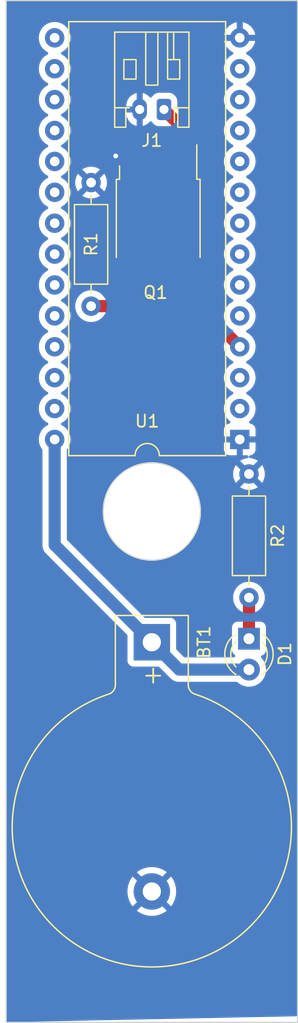
<source format=kicad_pcb>
(kicad_pcb (version 20221018) (generator pcbnew)
  (layers (0 "F.Cu" signal) (31 "B.Cu" signal) (34 "B.Paste" user) (35 "F.Paste" user) (36 "B.SilkS" user "B.Silkscreen") (37 "F.SilkS" user "F.Silkscreen") (38 "B.Mask" user) (39 "F.Mask" user) (44 "Edge.Cuts" user))
  (net 0 "")
  (net 1 "+3V0")
  (net 4 "GND")
  (net 27 "Net-(J1-Pin_1)")
  (net 28 "Net-(Q1-G)")
  (net 29 "Net-(D1-K)")
  (footprint "Resistor_THT:R_Axial_DIN0207_L6.3mm_D2.5mm_P10.16mm_Horizontal" (layer "F.Cu") (at 152 100.92 -90)
    (fp_text reference "R2" (at 5.08 -2.37 90) (layer "F.SilkS"))
    (fp_text value "330")
    (fp_line (start 1.04 0) (end 1.81 0) (stroke (width 0.12)) (layer "F.SilkS"))
    (fp_line (start 1.81 -1.37) (end 1.81 1.37) (stroke (width 0.12)) (layer "F.SilkS"))
    (fp_line (start 1.81 1.37) (end 8.35 1.37) (stroke (width 0.12)) (layer "F.SilkS"))
    (fp_line (start 8.35 -1.37) (end 1.81 -1.37) (stroke (width 0.12)) (layer "F.SilkS"))
    (fp_line (start 8.35 1.37) (end 8.35 -1.37) (stroke (width 0.12)) (layer "F.SilkS"))
    (fp_line (start 9.12 0) (end 8.35 0) (stroke (width 0.12)) (layer "F.SilkS"))
    (pad "1" thru_hole circle (at 0 0 270) (size 1.6 1.6) (drill 0.8) (layers "*.Cu" "*.Mask") (net 4 "GND"))
    (pad "2" thru_hole oval (at 10.16 0 270) (size 1.6 1.6) (drill 0.8) (layers "*.Cu" "*.Mask") (net 29 "Net-(D1-K)"))
  )
  (footprint "LED_THT:LED_D3.0mm" (layer "F.Cu") (at 152 114.46 -90)
    (fp_text reference "D1" (at 1.27 -2.96 90) (layer "F.SilkS"))
    (fp_text value "LED")
    (fp_line (start -0.29 -1.236) (end -0.29 -1.08) (stroke (width 0.12)) (layer "F.SilkS"))
    (fp_line (start -0.29 1.08) (end -0.29 1.236) (stroke (width 0.12)) (layer "F.SilkS"))
    (fp_arc (start -0.29 -1.235516) (mid 1.366487 -1.987659) (end 2.942335 -1.078608) (stroke (width 0.12)) (layer "F.SilkS"))
    (fp_arc (start 0.229039 -1.08) (mid 1.270117 -1.5) (end 2.31113 -1.079837) (stroke (width 0.12)) (layer "F.SilkS"))
    (fp_arc (start 2.31113 1.079837) (mid 1.270117 1.5) (end 0.229039 1.08) (stroke (width 0.12)) (layer "F.SilkS"))
    (fp_arc (start 2.942335 1.078608) (mid 1.366487 1.987659) (end -0.29 1.235516) (stroke (width 0.12)) (layer "F.SilkS"))
    (pad "1" thru_hole rect (at 0 0 270) (size 1.8 1.8) (drill 0.9) (layers "*.Cu" "*.Mask") (net 29 "Net-(D1-K)"))
    (pad "2" thru_hole circle (at 2.54 0 270) (size 1.8 1.8) (drill 0.9) (layers "*.Cu" "*.Mask") (net 1 "+3V0"))
  )
  (footprint "Package_TO_SOT_SMD:TO-252-2" (layer "F.Cu") (at 144.525 80 -90)
    (fp_text reference "Q1" (at 6 0.22) (layer "F.SilkS"))
    (fp_text value "NMOS")
    (fp_line (start -3.31 -3.45) (end -3.31 -3.18) (stroke (width 0.12)) (layer "F.SilkS"))
    (fp_line (start -3.31 -3.18) (end -6.14 -3.18) (stroke (width 0.12)) (layer "F.SilkS"))
    (fp_line (start -3.31 3.18) (end -4.41 3.18) (stroke (width 0.12)) (layer "F.SilkS"))
    (fp_line (start -3.31 3.45) (end -3.31 3.18) (stroke (width 0.12)) (layer "F.SilkS"))
    (fp_line (start 3.11 -3.45) (end -3.31 -3.45) (stroke (width 0.12)) (layer "F.SilkS"))
    (fp_line (start 3.11 3.45) (end -3.31 3.45) (stroke (width 0.12)) (layer "F.SilkS"))
    (pad "1" smd roundrect (at -5.04 -2.28 270) (size 2.2 1.2) (layers "F.Cu" "F.Paste" "F.Mask") (roundrect_rratio 0.2083333333) (net 27 "Net-(J1-Pin_1)"))
    (pad "2" smd roundrect (at -0.415 -1.525 270) (size 3.05 2.75) (layers "F.Cu" "F.Paste") (roundrect_rratio 0.09090909091) (net 28 "Net-(Q1-G)"))
    (pad "2" smd roundrect (at -0.415 1.525 270) (size 3.05 2.75) (layers "F.Cu" "F.Paste") (roundrect_rratio 0.09090909091) (net 28 "Net-(Q1-G)"))
    (pad "2" smd roundrect (at 1.26 0 270) (size 6.4 5.8) (layers "F.Cu" "F.Mask") (roundrect_rratio 0.04310293103) (net 28 "Net-(Q1-G)"))
    (pad "2" smd roundrect (at 2.935 -1.525 270) (size 3.05 2.75) (layers "F.Cu" "F.Paste") (roundrect_rratio 0.09090909091) (net 28 "Net-(Q1-G)"))
    (pad "2" smd roundrect (at 2.935 1.525 270) (size 3.05 2.75) (layers "F.Cu" "F.Paste") (roundrect_rratio 0.09090909091) (net 28 "Net-(Q1-G)"))
    (pad "3" smd roundrect (at -5.04 2.28 270) (size 2.2 1.2) (layers "F.Cu" "F.Paste" "F.Mask") (roundrect_rratio 0.2083333333) (net 4 "GND"))
  )
  (footprint "Connector_JST:JST_PH_S2B-PH-K_1x02_P2.00mm_Horizontal" (layer "F.Cu") (at 145 70.95 180)
    (fp_text reference "J1" (at 1 -2.55) (layer "F.SilkS"))
    (fp_text value "PIN")
    (fp_line (start -2.06 -1.46) (end -2.06 6.36) (stroke (width 0.12)) (layer "F.SilkS"))
    (fp_line (start -2.06 0.14) (end -1.14 0.14) (stroke (width 0.12)) (layer "F.SilkS"))
    (fp_line (start -2.06 6.36) (end 4.06 6.36) (stroke (width 0.12)) (layer "F.SilkS"))
    (fp_line (start -1.3 2.5) (end -1.3 4.1) (stroke (width 0.12)) (layer "F.SilkS"))
    (fp_line (start -1.3 4.1) (end -0.3 4.1) (stroke (width 0.12)) (layer "F.SilkS"))
    (fp_line (start -1.14 -1.46) (end -2.06 -1.46) (stroke (width 0.12)) (layer "F.SilkS"))
    (fp_line (start -1.14 0.14) (end -1.14 -1.46) (stroke (width 0.12)) (layer "F.SilkS"))
    (fp_line (start -0.86 0.14) (end -1.14 0.14) (stroke (width 0.12)) (layer "F.SilkS"))
    (fp_line (start -0.86 0.14) (end -0.86 -1.075) (stroke (width 0.12)) (layer "F.SilkS"))
    (fp_line (start -0.8 4.1) (end -0.8 6.36) (stroke (width 0.12)) (layer "F.SilkS"))
    (fp_line (start -0.3 2.5) (end -1.3 2.5) (stroke (width 0.12)) (layer "F.SilkS"))
    (fp_line (start -0.3 4.1) (end -0.3 2.5) (stroke (width 0.12)) (layer "F.SilkS"))
    (fp_line (start -0.3 4.1) (end -0.3 6.36) (stroke (width 0.12)) (layer "F.SilkS"))
    (fp_line (start 0.5 2) (end 1.5 2) (stroke (width 0.12)) (layer "F.SilkS"))
    (fp_line (start 0.5 6.36) (end 0.5 2) (stroke (width 0.12)) (layer "F.SilkS"))
    (fp_line (start 1.5 2) (end 1.5 6.36) (stroke (width 0.12)) (layer "F.SilkS"))
    (fp_line (start 2.3 2.5) (end 3.3 2.5) (stroke (width 0.12)) (layer "F.SilkS"))
    (fp_line (start 2.3 4.1) (end 2.3 2.5) (stroke (width 0.12)) (layer "F.SilkS"))
    (fp_line (start 3.14 -1.46) (end 3.14 0.14) (stroke (width 0.12)) (layer "F.SilkS"))
    (fp_line (start 3.14 0.14) (end 2.86 0.14) (stroke (width 0.12)) (layer "F.SilkS"))
    (fp_line (start 3.3 2.5) (end 3.3 4.1) (stroke (width 0.12)) (layer "F.SilkS"))
    (fp_line (start 3.3 4.1) (end 2.3 4.1) (stroke (width 0.12)) (layer "F.SilkS"))
    (fp_line (start 4.06 -1.46) (end 3.14 -1.46) (stroke (width 0.12)) (layer "F.SilkS"))
    (fp_line (start 4.06 0.14) (end 3.14 0.14) (stroke (width 0.12)) (layer "F.SilkS"))
    (fp_line (start 4.06 6.36) (end 4.06 -1.46) (stroke (width 0.12)) (layer "F.SilkS"))
    (pad "1" thru_hole roundrect (at 0 0 180) (size 1.2 1.75) (drill 0.75) (layers "*.Cu" "*.Mask") (roundrect_rratio 0.2083333333) (net 27 "Net-(J1-Pin_1)"))
    (pad "2" thru_hole oval (at 2 0 180) (size 1.2 1.75) (drill 0.75) (layers "*.Cu" "*.Mask") (net 4 "GND"))
  )
  (footprint "Battery:BatteryHolder_Keystone_103_1x20mm" (layer "F.Cu") (at 144 114.75 -90)
    (fp_text reference "BT1" (at 0 -4.3 90) (layer "F.SilkS"))
    (fp_text value "Battery")
    (fp_text user "+" (at 2.75 0 90) (layer "F.SilkS") (effects (font (size 1.5 1.5))))
    (fp_line (start -2.2 -3) (end 3.5 -3) (stroke (width 0.12)) (layer "F.SilkS"))
    (fp_line (start -2.2 3) (end -2.2 -3) (stroke (width 0.12)) (layer "F.SilkS"))
    (fp_line (start -2.2 3) (end 3.5 3) (stroke (width 0.12)) (layer "F.SilkS"))
    (fp_arc (start 3.5 3) (mid 3.950694 3.136459) (end 4.25 3.5) (stroke (width 0.12)) (layer "F.SilkS"))
    (fp_arc (start 4.25 -3.5) (mid 3.950694 -3.136459) (end 3.5 -3) (stroke (width 0.12)) (layer "F.SilkS"))
    (fp_arc (start 4.25 -3.5) (mid 16.971103 -11.358466) (end 26.695671 0) (stroke (width 0.12)) (layer "F.SilkS"))
    (fp_arc (start 26.695671 0) (mid 16.971103 11.358466) (end 4.25 3.5) (stroke (width 0.12)) (layer "F.SilkS"))
    (pad "1" thru_hole rect (at 0 0 270) (size 3 3) (drill 1.5) (layers "*.Cu" "*.Mask") (net 1 "+3V0"))
    (pad "2" thru_hole circle (at 20.49 0 270) (size 3 3) (drill 1.5) (layers "*.Cu" "*.Mask") (net 4 "GND"))
  )
  (footprint "Resistor_THT:R_Axial_DIN0207_L6.3mm_D2.5mm_P10.16mm_Horizontal" (layer "F.Cu") (at 139 76.96 -90)
    (fp_text reference "R1" (at 5.08 0 -90) (layer "F.SilkS"))
    (fp_text value "10k")
    (fp_line (start 1.04 0) (end 1.81 0) (stroke (width 0.12)) (layer "F.SilkS"))
    (fp_line (start 1.81 -1.37) (end 1.81 1.37) (stroke (width 0.12)) (layer "F.SilkS"))
    (fp_line (start 1.81 1.37) (end 8.35 1.37) (stroke (width 0.12)) (layer "F.SilkS"))
    (fp_line (start 8.35 -1.37) (end 1.81 -1.37) (stroke (width 0.12)) (layer "F.SilkS"))
    (fp_line (start 8.35 1.37) (end 8.35 -1.37) (stroke (width 0.12)) (layer "F.SilkS"))
    (fp_line (start 9.12 0) (end 8.35 0) (stroke (width 0.12)) (layer "F.SilkS"))
    (pad "1" thru_hole circle (at 0 0 270) (size 1.6 1.6) (drill 0.8) (layers "*.Cu" "*.Mask") (net 4 "GND"))
    (pad "2" thru_hole oval (at 10.16 0 270) (size 1.6 1.6) (drill 0.8) (layers "*.Cu" "*.Mask") (net 28 "Net-(Q1-G)"))
  )
  (footprint "Package_DIP:DIP-28_W15.24mm" (layer "F.Cu") (at 151.24 98.08 180)
    (fp_text reference "U1" (at 7.625 1.5) (layer "F.SilkS"))
    (fp_text value "TWE-L-DP-W")
    (fp_line (start 1.16 -1.33) (end 1.16 34.35) (stroke (width 0.12)) (layer "F.SilkS"))
    (fp_line (start 1.16 34.35) (end 14.08 34.35) (stroke (width 0.12)) (layer "F.SilkS"))
    (fp_line (start 6.62 -1.33) (end 1.16 -1.33) (stroke (width 0.12)) (layer "F.SilkS"))
    (fp_line (start 14.08 -1.33) (end 8.62 -1.33) (stroke (width 0.12)) (layer "F.SilkS"))
    (fp_line (start 14.08 34.35) (end 14.08 -1.33) (stroke (width 0.12)) (layer "F.SilkS"))
    (fp_arc (start 8.62 -1.33) (mid 7.62 -0.33) (end 6.62 -1.33) (stroke (width 0.12)) (layer "F.SilkS"))
    (pad "1" thru_hole rect (at 0 0 180) (size 1.6 1.6) (drill 0.8) (layers "*.Cu" "*.Mask") (net 4 "GND"))
    (pad "2" thru_hole oval (at 0 2.54 180) (size 1.6 1.6) (drill 0.8) (layers "*.Cu" "*.Mask"))
    (pad "3" thru_hole oval (at 0 5.08 180) (size 1.6 1.6) (drill 0.8) (layers "*.Cu" "*.Mask"))
    (pad "4" thru_hole oval (at 0 7.62 180) (size 1.6 1.6) (drill 0.8) (layers "*.Cu" "*.Mask") (net 28 "Net-(Q1-G)"))
    (pad "5" thru_hole oval (at 0 10.16 180) (size 1.6 1.6) (drill 0.8) (layers "*.Cu" "*.Mask"))
    (pad "6" thru_hole oval (at 0 12.7 180) (size 1.6 1.6) (drill 0.8) (layers "*.Cu" "*.Mask"))
    (pad "7" thru_hole oval (at 0 15.24 180) (size 1.6 1.6) (drill 0.8) (layers "*.Cu" "*.Mask"))
    (pad "8" thru_hole oval (at 0 17.78 180) (size 1.6 1.6) (drill 0.8) (layers "*.Cu" "*.Mask"))
    (pad "9" thru_hole oval (at 0 20.32 180) (size 1.6 1.6) (drill 0.8) (layers "*.Cu" "*.Mask"))
    (pad "10" thru_hole oval (at 0 22.86 180) (size 1.6 1.6) (drill 0.8) (layers "*.Cu" "*.Mask"))
    (pad "11" thru_hole oval (at 0 25.4 180) (size 1.6 1.6) (drill 0.8) (layers "*.Cu" "*.Mask"))
    (pad "12" thru_hole oval (at 0 27.94 180) (size 1.6 1.6) (drill 0.8) (layers "*.Cu" "*.Mask"))
    (pad "13" thru_hole oval (at 0 30.48 180) (size 1.6 1.6) (drill 0.8) (layers "*.Cu" "*.Mask"))
    (pad "14" thru_hole oval (at 0 33.02 180) (size 1.6 1.6) (drill 0.8) (layers "*.Cu" "*.Mask") (net 4 "GND"))
    (pad "15" thru_hole oval (at 15.24 33.02 180) (size 1.6 1.6) (drill 0.8) (layers "*.Cu" "*.Mask"))
    (pad "16" thru_hole oval (at 15.24 30.48 180) (size 1.6 1.6) (drill 0.8) (layers "*.Cu" "*.Mask"))
    (pad "17" thru_hole oval (at 15.24 27.94 180) (size 1.6 1.6) (drill 0.8) (layers "*.Cu" "*.Mask"))
    (pad "18" thru_hole oval (at 15.24 25.4 180) (size 1.6 1.6) (drill 0.8) (layers "*.Cu" "*.Mask"))
    (pad "19" thru_hole oval (at 15.24 22.86 180) (size 1.6 1.6) (drill 0.8) (layers "*.Cu" "*.Mask"))
    (pad "20" thru_hole oval (at 15.24 20.32 180) (size 1.6 1.6) (drill 0.8) (layers "*.Cu" "*.Mask"))
    (pad "21" thru_hole oval (at 15.24 17.78 180) (size 1.6 1.6) (drill 0.8) (layers "*.Cu" "*.Mask"))
    (pad "22" thru_hole oval (at 15.24 15.24 180) (size 1.6 1.6) (drill 0.8) (layers "*.Cu" "*.Mask"))
    (pad "23" thru_hole oval (at 15.24 12.7 180) (size 1.6 1.6) (drill 0.8) (layers "*.Cu" "*.Mask"))
    (pad "24" thru_hole oval (at 15.24 10.16 180) (size 1.6 1.6) (drill 0.8) (layers "*.Cu" "*.Mask"))
    (pad "25" thru_hole oval (at 15.24 7.62 180) (size 1.6 1.6) (drill 0.8) (layers "*.Cu" "*.Mask"))
    (pad "26" thru_hole oval (at 15.24 5.08 180) (size 1.6 1.6) (drill 0.8) (layers "*.Cu" "*.Mask"))
    (pad "27" thru_hole oval (at 15.24 2.54 180) (size 1.6 1.6) (drill 0.8) (layers "*.Cu" "*.Mask"))
    (pad "28" thru_hole oval (at 15.24 0 180) (size 1.6 1.6) (drill 0.8) (layers "*.Cu" "*.Mask") (net 1 "+3V0"))
  )
  (gr_rect (start 132 62) (end 156 146) (stroke (width 0.1)) (fill none) (layer "Edge.Cuts"))
  (gr_circle (center 144 104) (end 144 100) (stroke (width 0.1)) (fill none) (layer "Edge.Cuts"))
  (segment (start 146.25 117) (end 144 114.75) (width 1) (layer "B.Cu") (net 1))
  (segment (start 136 106.75) (end 136 98.08) (width 1) (layer "B.Cu") (net 1))
  (segment (start 144 114.75) (end 136 106.75) (width 1) (layer "B.Cu") (net 1))
  (segment (start 152 117) (end 146.25 117) (width 1) (layer "B.Cu") (net 1))
  (segment (start 142.0556 74.7706) (end 142.245 74.96) (width 1) (layer "F.Cu") (net 4))
  (segment (start 141.028 74.7706) (end 142.0556 74.7706) (width 1) (layer "F.Cu") (net 4))
  (via (at 141.028 74.7706) (size 0.8) (drill 0.4) (layers "F.Cu" "B.Cu") (net 4))
  (segment (start 146.805 74.96) (end 146.805 72.755) (width 1) (layer "F.Cu") (net 27))
  (segment (start 146.805 72.755) (end 145 70.95) (width 1) (layer "F.Cu") (net 27))
  (segment (start 144.525 81.26) (end 144.525 80.4975) (width 0.25) (layer "F.Cu") (net 28))
  (segment (start 143 85) (end 143 82.935) (width 1) (layer "F.Cu") (net 28))
  (segment (start 146.05 85.27) (end 146.05 82.935) (width 1) (layer "F.Cu") (net 28))
  (segment (start 145.138 80.4975) (end 146.05 79.585) (width 0.25) (layer "F.Cu") (net 28))
  (segment (start 145.138 82.0225) (end 146.05 82.935) (width 0.25) (layer "F.Cu") (net 28))
  (segment (start 140.88 87.12) (end 143 85) (width 1) (layer "F.Cu") (net 28))
  (segment (start 139 87.12) (end 140.88 87.12) (width 1) (layer "F.Cu") (net 28))
  (segment (start 151.24 90.46) (end 146.05 85.27) (width 1) (layer "F.Cu") (net 28))
  (segment (start 144.525 80.4975) (end 145.138 80.4975) (width 0.25) (layer "F.Cu") (net 28))
  (segment (start 143.912 80.4975) (end 144.525 80.4975) (width 0.25) (layer "F.Cu") (net 28))
  (segment (start 143 79.585) (end 143.912 80.4975) (width 0.25) (layer "F.Cu") (net 28))
  (segment (start 144.525 82.0225) (end 144.525 81.26) (width 0.25) (layer "F.Cu") (net 28))
  (segment (start 144.525 82.0225) (end 145.138 82.0225) (width 0.25) (layer "F.Cu") (net 28))
  (segment (start 143.912 82.0225) (end 144.525 82.0225) (width 0.25) (layer "F.Cu") (net 28))
  (segment (start 143 82.935) (end 143.912 82.0225) (width 0.25) (layer "F.Cu") (net 28))
  (segment (start 152 114.46) (end 152 111.08) (width 1) (layer "F.Cu") (net 29))
  (zone (net 4) (net_name "GND") (layer "B.Cu") (connect_pads (clearance 0.5)) (min_thickness 0.25) (fill yes (thermal_gap 0.5) (thermal_bridge_width 0.5))
    (polygon (pts (xy 132 62) (xy 156 62) (xy 156 145.5) (xy 131.5 146)))
  )
)
</source>
